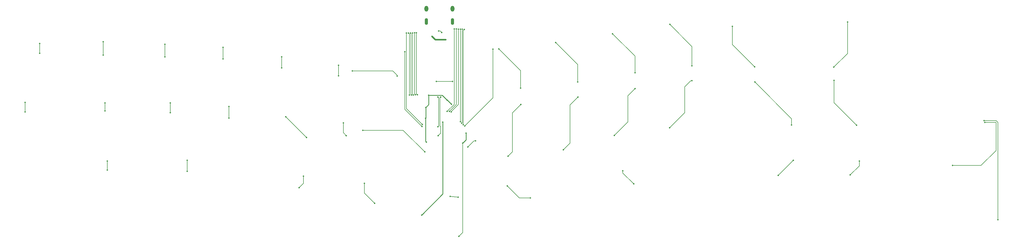
<source format=gbr>
%TF.GenerationSoftware,KiCad,Pcbnew,(5.99.0-9176-ga1730d51ff)*%
%TF.CreationDate,2021-03-09T20:14:39-06:00*%
%TF.ProjectId,Fur Elise,46757220-456c-4697-9365-2e6b69636164,rev?*%
%TF.SameCoordinates,Original*%
%TF.FileFunction,Copper,L1,Top*%
%TF.FilePolarity,Positive*%
%FSLAX46Y46*%
G04 Gerber Fmt 4.6, Leading zero omitted, Abs format (unit mm)*
G04 Created by KiCad (PCBNEW (5.99.0-9176-ga1730d51ff)) date 2021-03-09 20:14:39*
%MOMM*%
%LPD*%
G01*
G04 APERTURE LIST*
%TA.AperFunction,ComponentPad*%
%ADD10O,1.300000X1.900000*%
%TD*%
%TA.AperFunction,ComponentPad*%
%ADD11O,1.100000X2.200000*%
%TD*%
%TA.AperFunction,ViaPad*%
%ADD12C,0.508000*%
%TD*%
%TA.AperFunction,Conductor*%
%ADD13C,0.254000*%
%TD*%
%TA.AperFunction,Conductor*%
%ADD14C,0.152400*%
%TD*%
%TA.AperFunction,Conductor*%
%ADD15C,0.508000*%
%TD*%
%TA.AperFunction,Conductor*%
%ADD16C,0.203200*%
%TD*%
G04 APERTURE END LIST*
D10*
%TO.P,J1,S,SHIELD*%
%TO.N,GND*%
X298875000Y-82847500D03*
D11*
X290275000Y-87047500D03*
X298875000Y-87047500D03*
D10*
X290275000Y-82847500D03*
%TD*%
D12*
%TO.N,+3V3*%
X290035000Y-119072500D03*
X301030000Y-158150000D03*
X302300000Y-127275000D03*
X297125000Y-113100000D03*
X303375000Y-123975000D03*
X290050000Y-115500000D03*
X290275000Y-126950000D03*
X291000000Y-111500000D03*
X298525000Y-114425000D03*
%TO.N,/NRST*%
X288700000Y-151050000D03*
X295675000Y-120350000D03*
%TO.N,COL12*%
X430400000Y-137800000D03*
X433400000Y-133200000D03*
X432480000Y-121390000D03*
X300160483Y-89572018D03*
X429525000Y-87225000D03*
X297842449Y-116840051D03*
X425000000Y-102150000D03*
X425050000Y-106580000D03*
%TO.N,ROW1*%
X289718750Y-130175000D03*
X304006250Y-128587500D03*
X269250000Y-123050000D03*
X306550000Y-126575000D03*
%TO.N,ROW2*%
X298100000Y-144930000D03*
X300750000Y-145180000D03*
X474910000Y-120440000D03*
X464250000Y-134690000D03*
%TO.N,/VBUS*%
X296730000Y-93080000D03*
X294530000Y-93080000D03*
X292125000Y-91977180D03*
%TO.N,COL0*%
X162400000Y-97600000D03*
X287000000Y-90810000D03*
X162400000Y-94400000D03*
X157600000Y-117000000D03*
X287290000Y-111290000D03*
X157600000Y-113800000D03*
%TO.N,COL1*%
X183400000Y-98200000D03*
X183400000Y-93800000D03*
X184800000Y-136200000D03*
X184000000Y-114000000D03*
X184000000Y-116600000D03*
X184800000Y-133200000D03*
X286334192Y-90826692D03*
X286630041Y-111314203D03*
%TO.N,COL2*%
X211200000Y-133000000D03*
X285970209Y-111341655D03*
X203800000Y-98800000D03*
X205600000Y-114000000D03*
X285674670Y-90860793D03*
X205600000Y-117200000D03*
X203800000Y-94600000D03*
X211200000Y-136600000D03*
%TO.N,COL3*%
X225000000Y-119000000D03*
X285310988Y-111381139D03*
X223000000Y-99400000D03*
X223000000Y-95600000D03*
X285008370Y-90876993D03*
X225000000Y-115200000D03*
%TO.N,COL4*%
X284651015Y-111404972D03*
X248200000Y-142000000D03*
X242400000Y-102400000D03*
X284343823Y-90894946D03*
X243800000Y-118600000D03*
X249600000Y-138200000D03*
X242400000Y-98800000D03*
X250600000Y-125400000D03*
%TO.N,COL5*%
X261200000Y-101600000D03*
X283650000Y-90900000D03*
X269800000Y-140600000D03*
X273200000Y-147200000D03*
X288875000Y-121125000D03*
X261200000Y-105000000D03*
X262800000Y-120600000D03*
X263800000Y-124800000D03*
%TO.N,COL6*%
X283125000Y-97075000D03*
X288800000Y-121800000D03*
%TO.N,COL7*%
X317310000Y-131580000D03*
X314200000Y-96150000D03*
X321400000Y-109100000D03*
X317000000Y-141400000D03*
X302981661Y-121591750D03*
X324600000Y-145400000D03*
X321510000Y-114500000D03*
X312275000Y-96225000D03*
%TO.N,COL8*%
X333000000Y-94000000D03*
X302450000Y-121200000D03*
X340300000Y-107050000D03*
X302804771Y-89675163D03*
X340360000Y-112050000D03*
X335543161Y-129526839D03*
%TO.N,COL9*%
X359260000Y-109240000D03*
X358800000Y-140800000D03*
X351850000Y-91150000D03*
X352370000Y-124780000D03*
X359250000Y-104000000D03*
X355200000Y-136400000D03*
X301946975Y-120666975D03*
X302144752Y-89652660D03*
%TO.N,COL10*%
X370750000Y-88000000D03*
X301480000Y-120200000D03*
X301484830Y-89627493D03*
X378100000Y-101700000D03*
X370670000Y-122250000D03*
X378100000Y-106630000D03*
%TO.N,COL11*%
X411010000Y-121290000D03*
X411600000Y-133000000D03*
X298482341Y-117003358D03*
X391400000Y-88650000D03*
X398800000Y-102100000D03*
X300825000Y-89600000D03*
X398860000Y-107090000D03*
X406600000Y-138000000D03*
%TO.N,/D+BUS*%
X295325000Y-90728000D03*
X294350000Y-90200000D03*
%TO.N,/D+*%
X295007600Y-112060702D03*
X294149289Y-124817711D03*
%TO.N,/D-*%
X294042400Y-121908125D03*
X294042400Y-112060702D03*
%TO.N,ROW0*%
X265775000Y-103450000D03*
X298875000Y-106900000D03*
X280600000Y-105150000D03*
X293525000Y-106900000D03*
%TO.N,ROW3*%
X479250000Y-152630000D03*
X474694365Y-119815794D03*
%TO.N,COL13*%
X297160000Y-116840000D03*
X299475000Y-89575000D03*
%TD*%
D13*
%TO.N,+3V3*%
X290035000Y-126710000D02*
X290275000Y-126950000D01*
X290050000Y-115500000D02*
X290050000Y-119057500D01*
X291000000Y-114550000D02*
X290050000Y-115500000D01*
D14*
X302300000Y-156880000D02*
X301030000Y-158150000D01*
D13*
X303375000Y-123975000D02*
X303375000Y-126200000D01*
X291000000Y-111500000D02*
X291000000Y-114550000D01*
X291000000Y-111500000D02*
X295525000Y-111500000D01*
X290050000Y-119057500D02*
X290035000Y-119072500D01*
X290035000Y-119072500D02*
X290035000Y-126710000D01*
X303375000Y-126200000D02*
X302300000Y-127275000D01*
X297125000Y-113100000D02*
X297200000Y-113100000D01*
X297200000Y-113100000D02*
X298525000Y-114425000D01*
D14*
X302300000Y-127275000D02*
X302300000Y-156880000D01*
D13*
X295525000Y-111500000D02*
X297125000Y-113100000D01*
%TO.N,/NRST*%
X295675000Y-120350000D02*
X295675000Y-144075000D01*
X295675000Y-144075000D02*
X288700000Y-151050000D01*
D14*
%TO.N,COL12*%
X429525000Y-97625000D02*
X425000000Y-102150000D01*
X300160483Y-89572018D02*
X300160483Y-114522017D01*
X300160483Y-114522017D02*
X297842449Y-116840051D01*
X425050000Y-113960000D02*
X432480000Y-121390000D01*
X429525000Y-87225000D02*
X429525000Y-97625000D01*
X433400000Y-133200000D02*
X433400000Y-134800000D01*
X425050000Y-106580000D02*
X425050000Y-113960000D01*
X433400000Y-134800000D02*
X430400000Y-137800000D01*
%TO.N,ROW1*%
X269250000Y-123050000D02*
X282593750Y-123050000D01*
X282593750Y-123050000D02*
X289718750Y-130175000D01*
X304006250Y-128587500D02*
X306018750Y-126575000D01*
X306018750Y-126575000D02*
X306550000Y-126575000D01*
%TO.N,ROW2*%
X473670000Y-134690000D02*
X464250000Y-134690000D01*
X298100000Y-144930000D02*
X300750000Y-145180000D01*
X478620000Y-129740000D02*
X473670000Y-134690000D01*
X474910000Y-120440000D02*
X478620000Y-120440000D01*
X478620000Y-120440000D02*
X478620000Y-129740000D01*
D15*
%TO.N,/VBUS*%
X293227820Y-93080000D02*
X292125000Y-91977180D01*
X296730000Y-93080000D02*
X294530000Y-93080000D01*
X294530000Y-93080000D02*
X293227820Y-93080000D01*
D14*
%TO.N,COL0*%
X287000000Y-111000000D02*
X287290000Y-111290000D01*
X287000000Y-90810000D02*
X287000000Y-111000000D01*
X162400000Y-94400000D02*
X162400000Y-97600000D01*
X157600000Y-113800000D02*
X157600000Y-117000000D01*
%TO.N,COL1*%
X286334192Y-90826692D02*
X286334192Y-111018354D01*
X183400000Y-93800000D02*
X183400000Y-98200000D01*
X184000000Y-114000000D02*
X184000000Y-116600000D01*
X184800000Y-133200000D02*
X184800000Y-136200000D01*
X286334192Y-111018354D02*
X286630041Y-111314203D01*
%TO.N,COL2*%
X211200000Y-133000000D02*
X211200000Y-136600000D01*
X205600000Y-114000000D02*
X205600000Y-117200000D01*
X203800000Y-94600000D02*
X203800000Y-98800000D01*
X285674670Y-111046116D02*
X285970209Y-111341655D01*
X285674670Y-90860793D02*
X285674670Y-111046116D01*
%TO.N,COL3*%
X285192059Y-91060682D02*
X285008370Y-90876993D01*
X285192059Y-111262210D02*
X285192059Y-91060682D01*
X285310988Y-111381139D02*
X285192059Y-111262210D01*
X225000000Y-115200000D02*
X225000000Y-119000000D01*
X223000000Y-95600000D02*
X223000000Y-99400000D01*
%TO.N,COL4*%
X284651015Y-91202138D02*
X284651015Y-111404972D01*
X249600000Y-138200000D02*
X249600000Y-140600000D01*
X243800000Y-118600000D02*
X250600000Y-125400000D01*
X284343823Y-90894946D02*
X284651015Y-91202138D01*
X249600000Y-140600000D02*
X248200000Y-142000000D01*
X242400000Y-98800000D02*
X242400000Y-102400000D01*
%TO.N,COL5*%
X269800000Y-143800000D02*
X273200000Y-147200000D01*
X262800000Y-120600000D02*
X262800000Y-123800000D01*
X283650000Y-115900000D02*
X283650000Y-114425000D01*
X283650000Y-115900000D02*
X283650000Y-90900000D01*
X288875000Y-121125000D02*
X283650000Y-115900000D01*
X262800000Y-123800000D02*
X263800000Y-124800000D01*
X261200000Y-101600000D02*
X261200000Y-105000000D01*
X269800000Y-140600000D02*
X269800000Y-143800000D01*
%TO.N,COL6*%
X283125000Y-115200000D02*
X283125000Y-116125000D01*
X283125000Y-116125000D02*
X288800000Y-121800000D01*
X283125000Y-97075000D02*
X283125000Y-115200000D01*
%TO.N,COL7*%
X311700000Y-112873411D02*
X312275000Y-112298411D01*
X321510000Y-114500000D02*
X318680000Y-117330000D01*
X317000000Y-141400000D02*
X321000000Y-145400000D01*
X312275000Y-112298411D02*
X312275000Y-96225000D01*
X314200000Y-96150000D02*
X321400000Y-103350000D01*
X321400000Y-103350000D02*
X321400000Y-109100000D01*
X318680000Y-130210000D02*
X317310000Y-131580000D01*
X318680000Y-129910000D02*
X318680000Y-130210000D01*
X302981661Y-121591750D02*
X311700000Y-112873411D01*
X321000000Y-145400000D02*
X324600000Y-145400000D01*
X318680000Y-117330000D02*
X318680000Y-129910000D01*
%TO.N,COL8*%
X337770000Y-114640000D02*
X337770000Y-127300000D01*
X302450000Y-90029934D02*
X302450000Y-121200000D01*
X340360000Y-112050000D02*
X337770000Y-114640000D01*
X302804771Y-89675163D02*
X302450000Y-90029934D01*
X340300000Y-101300000D02*
X340300000Y-107050000D01*
X337770000Y-127300000D02*
X335543161Y-129526839D01*
X333000000Y-94000000D02*
X340300000Y-101300000D01*
%TO.N,COL9*%
X355200000Y-137200000D02*
X358800000Y-140800000D01*
X356870000Y-120280000D02*
X352370000Y-124780000D01*
X302144752Y-89652660D02*
X302144752Y-120469198D01*
X302144752Y-120469198D02*
X301946975Y-120666975D01*
X351850000Y-91150000D02*
X359250000Y-98550000D01*
X359250000Y-98550000D02*
X359250000Y-104000000D01*
X356870000Y-114810000D02*
X356870000Y-120280000D01*
X356870000Y-111630000D02*
X356870000Y-114810000D01*
X355200000Y-136400000D02*
X355200000Y-137200000D01*
X359260000Y-109240000D02*
X356870000Y-111630000D01*
%TO.N,COL10*%
X378100000Y-95350000D02*
X378100000Y-101700000D01*
X375670000Y-117250000D02*
X370670000Y-122250000D01*
X301484830Y-89627493D02*
X301484830Y-120195170D01*
X378100000Y-106630000D02*
X377680000Y-106630000D01*
X370750000Y-88000000D02*
X378100000Y-95350000D01*
X375670000Y-108640000D02*
X375670000Y-117250000D01*
X377680000Y-106630000D02*
X375670000Y-108640000D01*
X301484830Y-120195170D02*
X301480000Y-120200000D01*
%TO.N,COL11*%
X300825000Y-114540001D02*
X298508450Y-116856551D01*
X298482341Y-116882660D02*
X298482341Y-117003358D01*
X411010000Y-119240000D02*
X411010000Y-121290000D01*
X411600000Y-133000000D02*
X406600000Y-138000000D01*
X391400000Y-94700000D02*
X398800000Y-102100000D01*
X300825000Y-89600000D02*
X300825000Y-114540001D01*
X398860000Y-107090000D02*
X411010000Y-119240000D01*
X298508450Y-116856551D02*
X298482341Y-116882660D01*
X391400000Y-88650000D02*
X391400000Y-94700000D01*
%TO.N,/D+BUS*%
X294350000Y-90200000D02*
X294797000Y-90200000D01*
X294797000Y-90200000D02*
X295325000Y-90728000D01*
D16*
%TO.N,/D+*%
X294753601Y-121654126D02*
X295007600Y-121908125D01*
X295007600Y-123959400D02*
X294149289Y-124817711D01*
X295007600Y-112060702D02*
X294753601Y-112314701D01*
X294753601Y-112314701D02*
X294753601Y-121654126D01*
X295007600Y-121908125D02*
X295007600Y-123959400D01*
%TO.N,/D-*%
X294296399Y-112314701D02*
X294042400Y-112060702D01*
X294042400Y-121908125D02*
X294296399Y-121654126D01*
X294296399Y-121654126D02*
X294296399Y-112314701D01*
D14*
%TO.N,ROW0*%
X280600000Y-105150000D02*
X280600000Y-104875000D01*
X280600000Y-104875000D02*
X279175000Y-103450000D01*
X265775000Y-103450000D02*
X279175000Y-103450000D01*
X293525000Y-106900000D02*
X298875000Y-106900000D01*
%TO.N,ROW3*%
X474694365Y-119815794D02*
X478604206Y-119815794D01*
X478604206Y-119815794D02*
X479250000Y-120461588D01*
X479250000Y-120461588D02*
X479250000Y-152630000D01*
%TO.N,COL13*%
X299475000Y-89575000D02*
X299475000Y-114525000D01*
X299475000Y-114525000D02*
X297160000Y-116840000D01*
%TD*%
M02*

</source>
